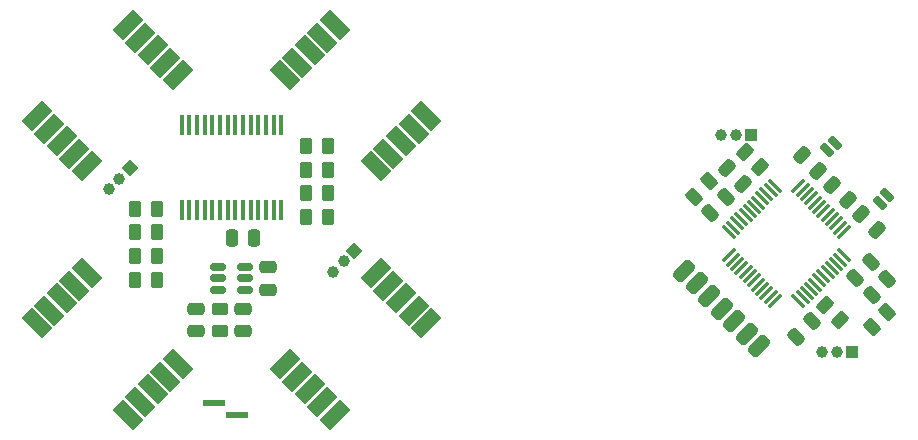
<source format=gts>
G04 #@! TF.GenerationSoftware,KiCad,Pcbnew,9.0.3-9.0.3-0~ubuntu24.04.1*
G04 #@! TF.CreationDate,2025-07-13T11:29:56+02:00*
G04 #@! TF.ProjectId,PCBWatch,50434257-6174-4636-982e-6b696361645f,rev?*
G04 #@! TF.SameCoordinates,Original*
G04 #@! TF.FileFunction,Soldermask,Top*
G04 #@! TF.FilePolarity,Negative*
%FSLAX46Y46*%
G04 Gerber Fmt 4.6, Leading zero omitted, Abs format (unit mm)*
G04 Created by KiCad (PCBNEW 9.0.3-9.0.3-0~ubuntu24.04.1) date 2025-07-13 11:29:56*
%MOMM*%
%LPD*%
G01*
G04 APERTURE LIST*
G04 Aperture macros list*
%AMRoundRect*
0 Rectangle with rounded corners*
0 $1 Rounding radius*
0 $2 $3 $4 $5 $6 $7 $8 $9 X,Y pos of 4 corners*
0 Add a 4 corners polygon primitive as box body*
4,1,4,$2,$3,$4,$5,$6,$7,$8,$9,$2,$3,0*
0 Add four circle primitives for the rounded corners*
1,1,$1+$1,$2,$3*
1,1,$1+$1,$4,$5*
1,1,$1+$1,$6,$7*
1,1,$1+$1,$8,$9*
0 Add four rect primitives between the rounded corners*
20,1,$1+$1,$2,$3,$4,$5,0*
20,1,$1+$1,$4,$5,$6,$7,0*
20,1,$1+$1,$6,$7,$8,$9,0*
20,1,$1+$1,$8,$9,$2,$3,0*%
%AMRotRect*
0 Rectangle, with rotation*
0 The origin of the aperture is its center*
0 $1 length*
0 $2 width*
0 $3 Rotation angle, in degrees counterclockwise*
0 Add horizontal line*
21,1,$1,$2,0,0,$3*%
G04 Aperture macros list end*
%ADD10RoundRect,0.250000X-0.262500X-0.450000X0.262500X-0.450000X0.262500X0.450000X-0.262500X0.450000X0*%
%ADD11RoundRect,0.250000X0.475000X-0.250000X0.475000X0.250000X-0.475000X0.250000X-0.475000X-0.250000X0*%
%ADD12RoundRect,0.150000X-0.512500X-0.150000X0.512500X-0.150000X0.512500X0.150000X-0.512500X0.150000X0*%
%ADD13R,0.450000X1.750000*%
%ADD14RoundRect,0.250000X-0.450000X0.262500X-0.450000X-0.262500X0.450000X-0.262500X0.450000X0.262500X0*%
%ADD15RoundRect,0.250000X-0.250000X-0.475000X0.250000X-0.475000X0.250000X0.475000X-0.250000X0.475000X0*%
%ADD16RoundRect,0.330000X-0.318198X-0.629325X0.629325X0.318198X0.318198X0.629325X-0.629325X-0.318198X0*%
%ADD17R,1.000000X1.000000*%
%ADD18C,1.000000*%
%ADD19RoundRect,0.090000X0.509117X-0.212132X-0.212132X0.509117X-0.509117X0.212132X0.212132X-0.509117X0*%
%ADD20RoundRect,0.250000X-0.159099X0.512652X-0.512652X0.159099X0.159099X-0.512652X0.512652X-0.159099X0*%
%ADD21RoundRect,0.250000X0.503814X0.132583X0.132583X0.503814X-0.503814X-0.132583X-0.132583X-0.503814X0*%
%ADD22RoundRect,0.250000X-0.132583X0.503814X-0.503814X0.132583X0.132583X-0.503814X0.503814X-0.132583X0*%
%ADD23RoundRect,0.250000X-0.512652X-0.159099X-0.159099X-0.512652X0.512652X0.159099X0.159099X0.512652X0*%
%ADD24RoundRect,0.250000X0.512652X0.159099X0.159099X0.512652X-0.512652X-0.159099X-0.159099X-0.512652X0*%
%ADD25RoundRect,0.250000X0.159099X-0.512652X0.512652X-0.159099X-0.159099X0.512652X-0.512652X0.159099X0*%
%ADD26RotRect,1.000000X1.000000X315.000000*%
%ADD27RoundRect,0.102000X-1.166726X-0.459619X-0.459619X-1.166726X1.166726X0.459619X0.459619X1.166726X0*%
%ADD28RoundRect,0.075000X0.415425X0.521491X-0.521491X-0.415425X-0.415425X-0.521491X0.521491X0.415425X0*%
%ADD29RoundRect,0.075000X-0.415425X0.521491X-0.521491X0.415425X0.415425X-0.521491X0.521491X-0.415425X0*%
%ADD30RoundRect,0.250000X0.132583X-0.503814X0.503814X-0.132583X-0.132583X0.503814X-0.503814X0.132583X0*%
%ADD31RoundRect,0.250000X0.262500X0.450000X-0.262500X0.450000X-0.262500X-0.450000X0.262500X-0.450000X0*%
%ADD32R,1.950000X0.500000*%
%ADD33RoundRect,0.102000X0.459619X-1.166726X1.166726X-0.459619X-0.459619X1.166726X-1.166726X0.459619X0*%
G04 APERTURE END LIST*
D10*
G04 #@! TO.C,R1*
X28157320Y-15755179D03*
X26332320Y-15755179D03*
G04 #@! TD*
G04 #@! TO.C,R7*
X28164058Y-19755179D03*
X26339058Y-19755179D03*
G04 #@! TD*
G04 #@! TO.C,R6*
X28164058Y-17755179D03*
X26339058Y-17755179D03*
G04 #@! TD*
G04 #@! TO.C,R2*
X28157320Y-13755179D03*
X26332320Y-13755179D03*
G04 #@! TD*
D11*
G04 #@! TO.C,Cx1*
X17011962Y-27500942D03*
X17011962Y-29400942D03*
G04 #@! TD*
G04 #@! TO.C,C10*
X23070917Y-24000000D03*
X23070917Y-25900000D03*
G04 #@! TD*
D12*
G04 #@! TO.C,U3*
X21137500Y-24000000D03*
X21137500Y-24950000D03*
X21137500Y-25900000D03*
X18862500Y-25900000D03*
X18862500Y-24950000D03*
X18862500Y-24000000D03*
G04 #@! TD*
D13*
G04 #@! TO.C,U2*
X15775000Y-19200000D03*
X16425000Y-19200000D03*
X17075000Y-19200000D03*
X17725000Y-19200000D03*
X18375000Y-19200000D03*
X19025000Y-19200000D03*
X19675000Y-19200000D03*
X20325000Y-19200000D03*
X20975000Y-19200000D03*
X21625000Y-19200000D03*
X22275000Y-19200000D03*
X22925000Y-19200000D03*
X23575000Y-19200000D03*
X24225000Y-19200000D03*
X24225000Y-12000000D03*
X23575000Y-12000000D03*
X22925000Y-12000000D03*
X22275000Y-12000000D03*
X21625000Y-12000000D03*
X20975000Y-12000000D03*
X20325000Y-12000000D03*
X19675000Y-12000000D03*
X19025000Y-12000000D03*
X18375000Y-12000000D03*
X17725000Y-12000000D03*
X17075000Y-12000000D03*
X16425000Y-12000000D03*
X15775000Y-12000000D03*
G04 #@! TD*
D11*
G04 #@! TO.C,Cs1*
X21000000Y-27500000D03*
X21000000Y-29400000D03*
G04 #@! TD*
D14*
G04 #@! TO.C,Rs1*
X19000000Y-29362500D03*
X19000000Y-27537500D03*
G04 #@! TD*
D15*
G04 #@! TO.C,C11*
X20050000Y-21500000D03*
X21950000Y-21500000D03*
G04 #@! TD*
D16*
G04 #@! TO.C,J1*
X58318019Y-24318019D03*
X59378680Y-25378680D03*
X60439340Y-26439340D03*
X61500000Y-27500000D03*
X62560660Y-28560660D03*
X63621320Y-29621320D03*
X64681981Y-30681981D03*
G04 #@! TD*
D17*
G04 #@! TO.C,J4*
X64000000Y-12804447D03*
D18*
X62730000Y-12804447D03*
X61460000Y-12804447D03*
G04 #@! TD*
D19*
G04 #@! TO.C,Y1*
X75545585Y-17909189D03*
X71090812Y-13454416D03*
X70454416Y-14090812D03*
X74909189Y-18545585D03*
G04 #@! TD*
D20*
G04 #@! TO.C,C2*
X69137829Y-28541491D03*
X67794327Y-29884993D03*
G04 #@! TD*
D21*
G04 #@! TO.C,R11*
X64763980Y-15528508D03*
X63473510Y-14238038D03*
G04 #@! TD*
D20*
G04 #@! TO.C,C1*
X75544978Y-25006795D03*
X74201476Y-26350297D03*
G04 #@! TD*
D22*
G04 #@! TO.C,R0*
X60456618Y-16726686D03*
X59166148Y-18017156D03*
G04 #@! TD*
D23*
G04 #@! TO.C,C9*
X73329951Y-19499999D03*
X74673453Y-20843501D03*
G04 #@! TD*
D24*
G04 #@! TO.C,C6*
X63332777Y-16983443D03*
X61989275Y-15639941D03*
G04 #@! TD*
G04 #@! TO.C,C8*
X72173453Y-18343501D03*
X70829951Y-16999999D03*
G04 #@! TD*
D25*
G04 #@! TO.C,C4*
X60500000Y-19411808D03*
X61843502Y-18068306D03*
G04 #@! TD*
D20*
G04 #@! TO.C,C3*
X74130765Y-23592581D03*
X72787263Y-24936083D03*
G04 #@! TD*
D23*
G04 #@! TO.C,C5*
X68329951Y-14499999D03*
X69673453Y-15843501D03*
G04 #@! TD*
D26*
G04 #@! TO.C,J3*
X11398026Y-15601974D03*
D18*
X10500000Y-16500000D03*
X9601975Y-17398025D03*
G04 #@! TD*
D26*
G04 #@! TO.C,J5*
X30398026Y-22601975D03*
D18*
X29500000Y-23500001D03*
X28601975Y-24398026D03*
G04 #@! TD*
D27*
G04 #@! TO.C,D4*
X24524948Y-32232412D03*
X25585608Y-33293072D03*
X26646268Y-34353732D03*
X27706928Y-35414392D03*
X28767588Y-36475052D03*
X36475052Y-28767588D03*
X35414392Y-27706928D03*
X34353732Y-26646268D03*
X33293072Y-25585608D03*
X32232412Y-24524948D03*
G04 #@! TD*
D28*
G04 #@! TO.C,U1*
X71887876Y-21001212D03*
X71534322Y-20647658D03*
X71180769Y-20294105D03*
X70827215Y-19940551D03*
X70473662Y-19586998D03*
X70120109Y-19233445D03*
X69766555Y-18879891D03*
X69413002Y-18526338D03*
X69059449Y-18172785D03*
X68705895Y-17819231D03*
X68352342Y-17465678D03*
X67998788Y-17112124D03*
D29*
X66001212Y-17112124D03*
X65647658Y-17465678D03*
X65294105Y-17819231D03*
X64940551Y-18172785D03*
X64586998Y-18526338D03*
X64233445Y-18879891D03*
X63879891Y-19233445D03*
X63526338Y-19586998D03*
X63172785Y-19940551D03*
X62819231Y-20294105D03*
X62465678Y-20647658D03*
X62112124Y-21001212D03*
D28*
X62112124Y-22998788D03*
X62465678Y-23352342D03*
X62819231Y-23705895D03*
X63172785Y-24059449D03*
X63526338Y-24413002D03*
X63879891Y-24766555D03*
X64233445Y-25120109D03*
X64586998Y-25473662D03*
X64940551Y-25827215D03*
X65294105Y-26180769D03*
X65647658Y-26534322D03*
X66001212Y-26887876D03*
D29*
X67998788Y-26887876D03*
X68352342Y-26534322D03*
X68705895Y-26180769D03*
X69059449Y-25827215D03*
X69413002Y-25473662D03*
X69766555Y-25120109D03*
X70120109Y-24766555D03*
X70473662Y-24413002D03*
X70827215Y-24059449D03*
X71180769Y-23705895D03*
X71534322Y-23352342D03*
X71887876Y-22998788D03*
G04 #@! TD*
D30*
G04 #@! TO.C,R9*
X74246962Y-29067696D03*
X75537432Y-27777226D03*
G04 #@! TD*
D21*
G04 #@! TO.C,R10*
X71528244Y-28467069D03*
X70237774Y-27176599D03*
G04 #@! TD*
D31*
G04 #@! TO.C,R3*
X13672872Y-21046613D03*
X11847872Y-21046613D03*
G04 #@! TD*
D32*
G04 #@! TO.C,J2*
X18550000Y-35500000D03*
X20500000Y-36500000D03*
G04 #@! TD*
D31*
G04 #@! TO.C,R8*
X13672872Y-19046613D03*
X11847872Y-19046613D03*
G04 #@! TD*
D27*
G04 #@! TO.C,D1*
X3524948Y-11232412D03*
X4585608Y-12293072D03*
X5646268Y-13353732D03*
X6706928Y-14414392D03*
X7767588Y-15475052D03*
X15475052Y-7767588D03*
X14414392Y-6706928D03*
X13353732Y-5646268D03*
X12293072Y-4585608D03*
X11232412Y-3524948D03*
G04 #@! TD*
D33*
G04 #@! TO.C,D3*
X11232412Y-36475052D03*
X12293072Y-35414392D03*
X13353732Y-34353732D03*
X14414392Y-33293072D03*
X15475052Y-32232412D03*
X7767588Y-24524948D03*
X6706928Y-25585608D03*
X5646268Y-26646268D03*
X4585608Y-27706928D03*
X3524948Y-28767588D03*
G04 #@! TD*
D31*
G04 #@! TO.C,R5*
X13672872Y-25046613D03*
X11847872Y-25046613D03*
G04 #@! TD*
G04 #@! TO.C,R4*
X13672872Y-23046613D03*
X11847872Y-23046613D03*
G04 #@! TD*
D33*
G04 #@! TO.C,D2*
X32232412Y-15475052D03*
X33293072Y-14414392D03*
X34353732Y-13353732D03*
X35414392Y-12293072D03*
X36475052Y-11232412D03*
X28767588Y-3524948D03*
X27706928Y-4585608D03*
X26646268Y-5646268D03*
X25585608Y-6706928D03*
X24524948Y-7767588D03*
G04 #@! TD*
D17*
G04 #@! TO.C,J6*
X72500000Y-31193359D03*
D18*
X71230000Y-31193359D03*
X69960000Y-31193359D03*
G04 #@! TD*
M02*

</source>
